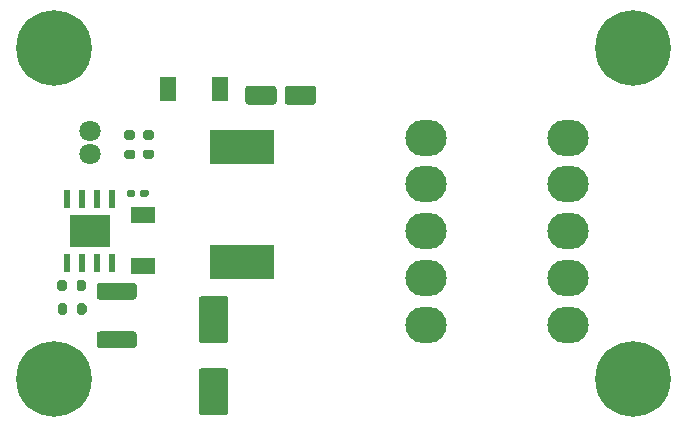
<source format=gts>
G04 #@! TF.GenerationSoftware,KiCad,Pcbnew,5.1.10-88a1d61d58~90~ubuntu20.04.1*
G04 #@! TF.CreationDate,2021-10-22T15:45:46-05:00*
G04 #@! TF.ProjectId,power-share,706f7765-722d-4736-9861-72652e6b6963,rev?*
G04 #@! TF.SameCoordinates,Original*
G04 #@! TF.FileFunction,Soldermask,Top*
G04 #@! TF.FilePolarity,Negative*
%FSLAX46Y46*%
G04 Gerber Fmt 4.6, Leading zero omitted, Abs format (unit mm)*
G04 Created by KiCad (PCBNEW 5.1.10-88a1d61d58~90~ubuntu20.04.1) date 2021-10-22 15:45:46*
%MOMM*%
%LPD*%
G01*
G04 APERTURE LIST*
%ADD10C,0.800000*%
%ADD11C,6.400000*%
%ADD12R,3.400000X2.710000*%
%ADD13R,0.600000X1.550000*%
%ADD14O,3.500000X3.100000*%
%ADD15R,5.400000X2.900000*%
%ADD16C,1.800860*%
%ADD17R,1.400000X2.100000*%
%ADD18R,2.100000X1.400000*%
G04 APERTURE END LIST*
D10*
X136697056Y-101302944D03*
X135000000Y-100600000D03*
X133302944Y-101302944D03*
X132600000Y-103000000D03*
X133302944Y-104697056D03*
X135000000Y-105400000D03*
X136697056Y-104697056D03*
X137400000Y-103000000D03*
D11*
X135000000Y-103000000D03*
D12*
X89000000Y-118500000D03*
D13*
X87095000Y-115800000D03*
X87095000Y-121200000D03*
X88365000Y-115800000D03*
X88365000Y-121200000D03*
X89635000Y-115800000D03*
X89635000Y-121200000D03*
X90905000Y-115800000D03*
X90905000Y-121200000D03*
D10*
X136697056Y-129302944D03*
X135000000Y-128600000D03*
X133302944Y-129302944D03*
X132600000Y-131000000D03*
X133302944Y-132697056D03*
X135000000Y-133400000D03*
X136697056Y-132697056D03*
X137400000Y-131000000D03*
D11*
X135000000Y-131000000D03*
D10*
X87697056Y-129302944D03*
X86000000Y-128600000D03*
X84302944Y-129302944D03*
X83600000Y-131000000D03*
X84302944Y-132697056D03*
X86000000Y-133400000D03*
X87697056Y-132697056D03*
X88400000Y-131000000D03*
D11*
X86000000Y-131000000D03*
D10*
X87697056Y-101302944D03*
X86000000Y-100600000D03*
X84302944Y-101302944D03*
X83600000Y-103000000D03*
X84302944Y-104697056D03*
X86000000Y-105400000D03*
X87697056Y-104697056D03*
X88400000Y-103000000D03*
D11*
X86000000Y-103000000D03*
D14*
X117500000Y-126420000D03*
X117500000Y-122460000D03*
X117500000Y-118500000D03*
X117500000Y-114540000D03*
X117500000Y-110580000D03*
D15*
X101900000Y-121100000D03*
X101900000Y-111400000D03*
G36*
G01*
X92867500Y-115145000D02*
X92867500Y-115455000D01*
G75*
G02*
X92712500Y-115610000I-155000J0D01*
G01*
X92287500Y-115610000D01*
G75*
G02*
X92132500Y-115455000I0J155000D01*
G01*
X92132500Y-115145000D01*
G75*
G02*
X92287500Y-114990000I155000J0D01*
G01*
X92712500Y-114990000D01*
G75*
G02*
X92867500Y-115145000I0J-155000D01*
G01*
G37*
G36*
G01*
X94002500Y-115145000D02*
X94002500Y-115455000D01*
G75*
G02*
X93847500Y-115610000I-155000J0D01*
G01*
X93422500Y-115610000D01*
G75*
G02*
X93267500Y-115455000I0J155000D01*
G01*
X93267500Y-115145000D01*
G75*
G02*
X93422500Y-114990000I155000J0D01*
G01*
X93847500Y-114990000D01*
G75*
G02*
X94002500Y-115145000I0J-155000D01*
G01*
G37*
G36*
G01*
X89849999Y-127000000D02*
X92750001Y-127000000D01*
G75*
G02*
X93000000Y-127249999I0J-249999D01*
G01*
X93000000Y-128150001D01*
G75*
G02*
X92750001Y-128400000I-249999J0D01*
G01*
X89849999Y-128400000D01*
G75*
G02*
X89600000Y-128150001I0J249999D01*
G01*
X89600000Y-127249999D01*
G75*
G02*
X89849999Y-127000000I249999J0D01*
G01*
G37*
G36*
G01*
X89849999Y-122900000D02*
X92750001Y-122900000D01*
G75*
G02*
X93000000Y-123149999I0J-249999D01*
G01*
X93000000Y-124050001D01*
G75*
G02*
X92750001Y-124300000I-249999J0D01*
G01*
X89849999Y-124300000D01*
G75*
G02*
X89600000Y-124050001I0J249999D01*
G01*
X89600000Y-123149999D01*
G75*
G02*
X89849999Y-122900000I249999J0D01*
G01*
G37*
G36*
G01*
X98500000Y-130100000D02*
X100500000Y-130100000D01*
G75*
G02*
X100750000Y-130350000I0J-250000D01*
G01*
X100750000Y-133850000D01*
G75*
G02*
X100500000Y-134100000I-250000J0D01*
G01*
X98500000Y-134100000D01*
G75*
G02*
X98250000Y-133850000I0J250000D01*
G01*
X98250000Y-130350000D01*
G75*
G02*
X98500000Y-130100000I250000J0D01*
G01*
G37*
G36*
G01*
X98500000Y-124000000D02*
X100500000Y-124000000D01*
G75*
G02*
X100750000Y-124250000I0J-250000D01*
G01*
X100750000Y-127750000D01*
G75*
G02*
X100500000Y-128000000I-250000J0D01*
G01*
X98500000Y-128000000D01*
G75*
G02*
X98250000Y-127750000I0J250000D01*
G01*
X98250000Y-124250000D01*
G75*
G02*
X98500000Y-124000000I250000J0D01*
G01*
G37*
G36*
G01*
X92675000Y-110750000D02*
X92125000Y-110750000D01*
G75*
G02*
X91925000Y-110550000I0J200000D01*
G01*
X91925000Y-110150000D01*
G75*
G02*
X92125000Y-109950000I200000J0D01*
G01*
X92675000Y-109950000D01*
G75*
G02*
X92875000Y-110150000I0J-200000D01*
G01*
X92875000Y-110550000D01*
G75*
G02*
X92675000Y-110750000I-200000J0D01*
G01*
G37*
G36*
G01*
X92675000Y-112400000D02*
X92125000Y-112400000D01*
G75*
G02*
X91925000Y-112200000I0J200000D01*
G01*
X91925000Y-111800000D01*
G75*
G02*
X92125000Y-111600000I200000J0D01*
G01*
X92675000Y-111600000D01*
G75*
G02*
X92875000Y-111800000I0J-200000D01*
G01*
X92875000Y-112200000D01*
G75*
G02*
X92675000Y-112400000I-200000J0D01*
G01*
G37*
G36*
G01*
X93725000Y-111600000D02*
X94275000Y-111600000D01*
G75*
G02*
X94475000Y-111800000I0J-200000D01*
G01*
X94475000Y-112200000D01*
G75*
G02*
X94275000Y-112400000I-200000J0D01*
G01*
X93725000Y-112400000D01*
G75*
G02*
X93525000Y-112200000I0J200000D01*
G01*
X93525000Y-111800000D01*
G75*
G02*
X93725000Y-111600000I200000J0D01*
G01*
G37*
G36*
G01*
X93725000Y-109950000D02*
X94275000Y-109950000D01*
G75*
G02*
X94475000Y-110150000I0J-200000D01*
G01*
X94475000Y-110550000D01*
G75*
G02*
X94275000Y-110750000I-200000J0D01*
G01*
X93725000Y-110750000D01*
G75*
G02*
X93525000Y-110550000I0J200000D01*
G01*
X93525000Y-110150000D01*
G75*
G02*
X93725000Y-109950000I200000J0D01*
G01*
G37*
G36*
G01*
X87050000Y-122825000D02*
X87050000Y-123375000D01*
G75*
G02*
X86850000Y-123575000I-200000J0D01*
G01*
X86450000Y-123575000D01*
G75*
G02*
X86250000Y-123375000I0J200000D01*
G01*
X86250000Y-122825000D01*
G75*
G02*
X86450000Y-122625000I200000J0D01*
G01*
X86850000Y-122625000D01*
G75*
G02*
X87050000Y-122825000I0J-200000D01*
G01*
G37*
G36*
G01*
X88700000Y-122825000D02*
X88700000Y-123375000D01*
G75*
G02*
X88500000Y-123575000I-200000J0D01*
G01*
X88100000Y-123575000D01*
G75*
G02*
X87900000Y-123375000I0J200000D01*
G01*
X87900000Y-122825000D01*
G75*
G02*
X88100000Y-122625000I200000J0D01*
G01*
X88500000Y-122625000D01*
G75*
G02*
X88700000Y-122825000I0J-200000D01*
G01*
G37*
G36*
G01*
X87100000Y-124825000D02*
X87100000Y-125375000D01*
G75*
G02*
X86900000Y-125575000I-200000J0D01*
G01*
X86500000Y-125575000D01*
G75*
G02*
X86300000Y-125375000I0J200000D01*
G01*
X86300000Y-124825000D01*
G75*
G02*
X86500000Y-124625000I200000J0D01*
G01*
X86900000Y-124625000D01*
G75*
G02*
X87100000Y-124825000I0J-200000D01*
G01*
G37*
G36*
G01*
X88750000Y-124825000D02*
X88750000Y-125375000D01*
G75*
G02*
X88550000Y-125575000I-200000J0D01*
G01*
X88150000Y-125575000D01*
G75*
G02*
X87950000Y-125375000I0J200000D01*
G01*
X87950000Y-124825000D01*
G75*
G02*
X88150000Y-124625000I200000J0D01*
G01*
X88550000Y-124625000D01*
G75*
G02*
X88750000Y-124825000I0J-200000D01*
G01*
G37*
D16*
X89000000Y-110001780D03*
X89000000Y-111998220D03*
D17*
X100000000Y-106500000D03*
X95600000Y-106500000D03*
D18*
X93500000Y-117100000D03*
X93500000Y-121500000D03*
G36*
G01*
X105525000Y-107550000D02*
X105525000Y-106450000D01*
G75*
G02*
X105775000Y-106200000I250000J0D01*
G01*
X107925000Y-106200000D01*
G75*
G02*
X108175000Y-106450000I0J-250000D01*
G01*
X108175000Y-107550000D01*
G75*
G02*
X107925000Y-107800000I-250000J0D01*
G01*
X105775000Y-107800000D01*
G75*
G02*
X105525000Y-107550000I0J250000D01*
G01*
G37*
G36*
G01*
X102175000Y-107550000D02*
X102175000Y-106450000D01*
G75*
G02*
X102425000Y-106200000I250000J0D01*
G01*
X104575000Y-106200000D01*
G75*
G02*
X104825000Y-106450000I0J-250000D01*
G01*
X104825000Y-107550000D01*
G75*
G02*
X104575000Y-107800000I-250000J0D01*
G01*
X102425000Y-107800000D01*
G75*
G02*
X102175000Y-107550000I0J250000D01*
G01*
G37*
D14*
X129500000Y-110580000D03*
X129500000Y-114540000D03*
X129500000Y-118500000D03*
X129500000Y-122460000D03*
X129500000Y-126420000D03*
M02*

</source>
